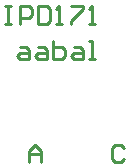
<source format=gto>
G04*
G04 #@! TF.GenerationSoftware,Altium Limited,Altium Designer,18.0.9 (584)*
G04*
G04 Layer_Color=65535*
%FSLAX44Y44*%
%MOMM*%
G71*
G01*
G75*
%ADD10C,0.2540*%
D10*
X190157Y172696D02*
X187617Y175235D01*
X182539D01*
X180000Y172696D01*
Y162539D01*
X182539Y160000D01*
X187617D01*
X190157Y162539D01*
X110000Y160000D02*
Y170157D01*
X115078Y175235D01*
X120157Y170157D01*
Y160000D01*
Y167617D01*
X110000D01*
X101868Y257657D02*
X106946D01*
X109485Y255117D01*
Y247500D01*
X101868D01*
X99328Y250039D01*
X101868Y252578D01*
X109485D01*
X117103Y257657D02*
X122181D01*
X124720Y255117D01*
Y247500D01*
X117103D01*
X114563Y250039D01*
X117103Y252578D01*
X124720D01*
X129798Y262735D02*
Y247500D01*
X137416D01*
X139955Y250039D01*
Y252578D01*
Y255117D01*
X137416Y257657D01*
X129798D01*
X147573D02*
X152651D01*
X155190Y255117D01*
Y247500D01*
X147573D01*
X145034Y250039D01*
X147573Y252578D01*
X155190D01*
X160269Y247500D02*
X165347D01*
X162808D01*
Y262735D01*
X160269D01*
X89172Y292735D02*
X94250D01*
X91711D01*
Y277500D01*
X89172D01*
X94250D01*
X101868D02*
Y292735D01*
X109485D01*
X112024Y290196D01*
Y285117D01*
X109485Y282578D01*
X101868D01*
X117103Y292735D02*
Y277500D01*
X124720D01*
X127259Y280039D01*
Y290196D01*
X124720Y292735D01*
X117103D01*
X132338Y277500D02*
X137416D01*
X134877D01*
Y292735D01*
X132338Y290196D01*
X145034Y292735D02*
X155190D01*
Y290196D01*
X145034Y280039D01*
Y277500D01*
X160269D02*
X165347D01*
X162808D01*
Y292735D01*
X160269Y290196D01*
M02*

</source>
